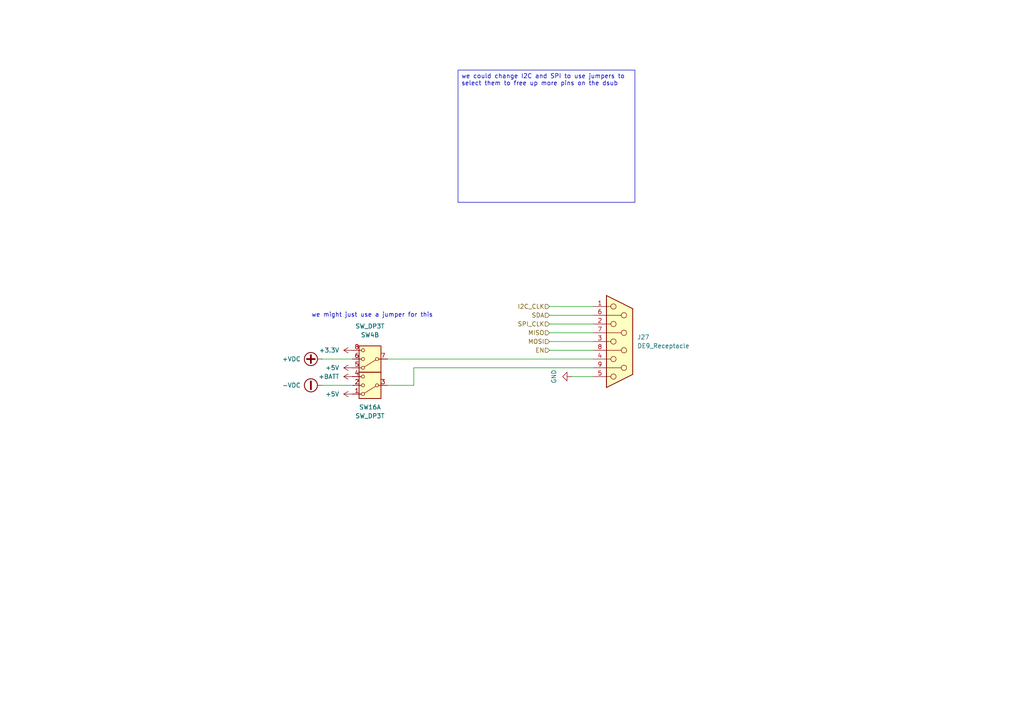
<source format=kicad_sch>
(kicad_sch (version 20231120) (generator "eeschema") (generator_version "8.0")
  (paper "A4")
  (lib_symbols
    (symbol "Connector:DE9_Receptacle" (pin_names (offset 1.016) hide)
      (property "Reference" "J" (at 0 13.97 0))
      (property "Value" "DE9_Receptacle" (at 0 -14.605 0))
      (symbol "DE9_Receptacle_0_1"
        (circle (center -1.778 -10.16) (radius 0.762))
        (circle (center -1.778 -5.08) (radius 0.762))
        (circle (center -1.778 0) (radius 0.762))
        (circle (center -1.778 5.08) (radius 0.762))
        (circle (center -1.778 10.16) (radius 0.762))
        (polyline (pts (xy -3.81 -10.16) (xy -2.54 -10.16)))
        (polyline (pts (xy -3.81 -7.62) (xy 0.508 -7.62)))
        (polyline (pts (xy -3.81 -5.08) (xy -2.54 -5.08)))
        (polyline (pts (xy -3.81 -2.54) (xy 0.508 -2.54)))
        (polyline (pts (xy -3.81 0) (xy -2.54 0)))
        (polyline (pts (xy -3.81 2.54) (xy 0.508 2.54)))
        (polyline (pts (xy -3.81 5.08) (xy -2.54 5.08)))
        (polyline (pts (xy -3.81 7.62) (xy 0.508 7.62)))
        (polyline (pts (xy -3.81 10.16) (xy -2.54 10.16)))
        (polyline (pts (xy -3.81 13.335) (xy -3.81 -13.335) (xy 3.81 -9.525) (xy 3.81 9.525) (xy -3.81 13.335)) (stroke (width 0.254)) (fill (type background)))
        (circle (center 1.27 -7.62) (radius 0.762))
        (circle (center 1.27 -2.54) (radius 0.762))
        (circle (center 1.27 2.54) (radius 0.762))
        (circle (center 1.27 7.62) (radius 0.762))
      )
      (symbol "DE9_Receptacle_1_1"
        (pin passive line (at -7.62 10.16 0) (length 3.81) (name "1") (number "1"))
        (pin passive line (at -7.62 5.08 0) (length 3.81) (name "2") (number "2"))
        (pin passive line (at -7.62 0 0) (length 3.81) (name "3") (number "3"))
        (pin passive line (at -7.62 -5.08 0) (length 3.81) (name "4") (number "4"))
        (pin passive line (at -7.62 -10.16 0) (length 3.81) (name "5") (number "5"))
        (pin passive line (at -7.62 7.62 0) (length 3.81) (name "6") (number "6"))
        (pin passive line (at -7.62 2.54 0) (length 3.81) (name "7") (number "7"))
        (pin passive line (at -7.62 -2.54 0) (length 3.81) (name "8") (number "8"))
        (pin passive line (at -7.62 -7.62 0) (length 3.81) (name "9") (number "9"))
      )
    )
    (symbol "Switch:SW_DP3T" (pin_names (offset 0) hide)
      (property "Reference" "SW" (at 0 5.08 0))
      (property "Value" "SW_DP3T" (at 0 -5.08 0))
      (symbol "SW_DP3T_0_1"
        (rectangle (start -3.175 3.81) (end 3.175 -3.81) (stroke (width 0.254)) (fill (type background)))
        (circle (center -2.032 0) (radius 0.4572))
        (polyline (pts (xy -1.651 0.254) (xy 1.651 2.286)))
        (circle (center 2.032 -2.54) (radius 0.4572))
        (circle (center 2.032 0) (radius 0.4572))
        (circle (center 2.032 2.54) (radius 0.4572))
      )
      (symbol "SW_DP3T_1_1"
        (pin passive line (at 5.08 2.54 180) (length 2.54) (name "1") (number "1"))
        (pin passive line (at 5.08 0 180) (length 2.54) (name "2") (number "2"))
        (pin passive line (at -5.08 0 0) (length 2.54) (name "3") (number "3"))
        (pin passive line (at 5.08 -2.54 180) (length 2.54) (name "4") (number "4"))
      )
      (symbol "SW_DP3T_2_1"
        (pin passive line (at 5.08 2.54 180) (length 2.54) (name "5") (number "5"))
        (pin passive line (at 5.08 0 180) (length 2.54) (name "6") (number "6"))
        (pin passive line (at -5.08 0 0) (length 2.54) (name "7") (number "7"))
        (pin passive line (at 5.08 -2.54 180) (length 2.54) (name "8") (number "8"))
      )
    )
    (symbol "power:+3.3V" (power) (pin_numbers hide) (pin_names (offset 0) hide)
      (property "Value" "+3.3V" (at 0 3.556 0))
      (symbol "+3.3V_0_1"
        (polyline (pts (xy -0.762 1.27) (xy 0 2.54)))
        (polyline (pts (xy 0 0) (xy 0 2.54)))
        (polyline (pts (xy 0 2.54) (xy 0.762 1.27)))
      )
      (symbol "+3.3V_1_1"
        (pin power_in line (at 0 0 90) (length 0) (name "~") (number "1"))
      )
    )
    (symbol "power:+5V" (power) (pin_numbers hide) (pin_names (offset 0) hide)
      (property "Value" "+5V" (at 0 3.556 0))
      (symbol "+5V_0_1"
        (polyline (pts (xy -0.762 1.27) (xy 0 2.54)))
        (polyline (pts (xy 0 0) (xy 0 2.54)))
        (polyline (pts (xy 0 2.54) (xy 0.762 1.27)))
      )
      (symbol "+5V_1_1"
        (pin power_in line (at 0 0 90) (length 0) (name "~") (number "1"))
      )
    )
    (symbol "power:+BATT" (power) (pin_numbers hide) (pin_names (offset 0) hide)
      (property "Value" "+BATT" (at 0 3.556 0))
      (symbol "+BATT_0_1"
        (polyline (pts (xy -0.762 1.27) (xy 0 2.54)))
        (polyline (pts (xy 0 0) (xy 0 2.54)))
        (polyline (pts (xy 0 2.54) (xy 0.762 1.27)))
      )
      (symbol "+BATT_1_1"
        (pin power_in line (at 0 0 90) (length 0) (name "~") (number "1"))
      )
    )
    (symbol "power:+VDC" (power) (pin_numbers hide) (pin_names (offset 0) hide)
      (property "Value" "+VDC" (at 0 6.35 0))
      (symbol "+VDC_0_1"
        (polyline (pts (xy -1.143 3.175) (xy 1.143 3.175)) (stroke (width 0.508)))
        (polyline (pts (xy 0 0) (xy 0 1.27)))
        (polyline (pts (xy 0 2.032) (xy 0 4.318)) (stroke (width 0.508)))
        (circle (center 0 3.175) (radius 1.905) (stroke (width 0.254)))
      )
      (symbol "+VDC_1_1"
        (pin power_in line (at 0 0 90) (length 0) (name "~") (number "1"))
      )
    )
    (symbol "power:-VDC" (power) (pin_numbers hide) (pin_names (offset 0) hide)
      (property "Value" "-VDC" (at 0 6.35 0))
      (symbol "-VDC_0_1"
        (polyline (pts (xy -1.143 3.175) (xy 1.143 3.175)) (stroke (width 0.508)))
        (polyline (pts (xy 0 0) (xy 0 1.27)))
        (circle (center 0 3.175) (radius 1.905) (stroke (width 0.254)))
      )
      (symbol "-VDC_1_1"
        (pin power_in line (at 0 0 90) (length 0) (name "~") (number "1"))
      )
    )
    (symbol "power:GND" (power) (pin_numbers hide) (pin_names (offset 0) hide)
      (property "Value" "GND" (at 0 -3.81 0))
      (symbol "GND_0_1"
        (polyline (pts (xy 0 0) (xy 0 -1.27) (xy 1.27 -1.27) (xy 0 -2.54) (xy -1.27 -1.27) (xy 0 -1.27)))
      )
      (symbol "GND_1_1"
        (pin power_in line (at 0 0 270) (length 0) (name "~") (number "1"))
      )
    )
  )
  (wire (pts (xy 172.085 106.68) (xy 120.015 106.68)))
  (wire (pts (xy 112.395 104.14) (xy 172.085 104.14)))
  (wire (pts (xy 159.385 101.6) (xy 172.085 101.6)))
  (wire (pts (xy 159.385 99.06) (xy 172.085 99.06)))
  (wire (pts (xy 159.385 93.98) (xy 172.085 93.98)))
  (wire (pts (xy 120.015 111.76) (xy 112.395 111.76)))
  (wire (pts (xy 93.345 111.76) (xy 102.235 111.76)))
  (wire (pts (xy 165.735 109.22) (xy 172.085 109.22)))
  (wire (pts (xy 159.385 96.52) (xy 172.085 96.52)))
  (wire (pts (xy 93.345 104.14) (xy 102.235 104.14)))
  (wire (pts (xy 159.385 88.9) (xy 172.085 88.9)))
  (wire (pts (xy 120.015 106.68) (xy 120.015 111.76)))
  (wire (pts (xy 159.385 91.44) (xy 172.085 91.44)))
  (text_box "we could change I2C and SPI to use jumpers to select them to free up more pins on the dsub\n" (at 132.842 20.32 0) (size 51.308 38.354) (effects (font (size 1.27 1.27)) (justify left top)))
  (text "we might just use a jumper for this" (at 107.95 91.44 0) (effects (font (size 1.27 1.27))))
  (hierarchical_label "I2C_CLK" (shape input) (at 159.385 88.9 180))
  (hierarchical_label "SDA" (shape input) (at 159.385 91.44 180))
  (hierarchical_label "MISO" (shape input) (at 159.385 96.52 180))
  (hierarchical_label "MOSI" (shape input) (at 159.385 99.06 180))
  (hierarchical_label "SPI_CLK" (shape input) (at 159.385 93.98 180))
  (hierarchical_label "EN" (shape input) (at 159.385 101.6 180))
  (symbol (lib_id "power:+5V") (at 102.235 106.68 90) (unit 1)
    (property "Reference" "#PWR046" (effects (hide yes)))
    (property "Value" "+5V" (at 98.425 106.6799 90) (effects (justify left)))
    (property "Description" "Power symbol creates a global label with name \"+5V\"" (effects (hide yes)))
    (instances (project "data_logger" (path "" (reference "#PWR046") (unit 1)) (path "" (reference "#PWR056") (unit 1)) (path "" (reference "#PWR063") (unit 1)) (path "" (reference "#PWR070") (unit 1)) (path "" (reference "#PWR082") (unit 1)) (path "" (reference "#PWR0285") (unit 1))))
  )
  (symbol (lib_id "power:+VDC") (at 93.345 104.14 90) (unit 1)
    (property "Reference" "#PWR048" (effects (hide yes)))
    (property "Value" "+VDC" (at 87.249 104.1399 90) (effects (justify left)))
    (property "Description" "Power symbol creates a global label with name \"+VDC\"" (effects (hide yes)))
    (instances (project "data_logger" (path "" (reference "#PWR048") (unit 1)) (path "" (reference "#PWR035") (unit 1)) (path "" (reference "#PWR053") (unit 1)) (path "" (reference "#PWR060") (unit 1)) (path "" (reference "#PWR067") (unit 1)) (path "" (reference "#PWR074") (unit 1))))
  )
  (symbol (lib_id "Switch:SW_DP3T") (at 107.315 111.76 180) (unit 1)
    (property "Reference" "SW16" (at 107.315 118.11 0))
    (property "Value" "SW_DP3T" (at 107.315 120.65 0))
    (property "Description" "Switch, three position, dual pole triple throw, 3 position switch, SP3T" (effects (hide yes)))
    (instances (project "data_logger" (path "" (reference "SW16") (unit 1)) (path "" (reference "SW15") (unit 1)) (path "" (reference "SW17") (unit 1)) (path "" (reference "SW18") (unit 1)) (path "" (reference "SW19") (unit 1)) (path "" (reference "SW20") (unit 1))))
  )
  (symbol (lib_id "power:+BATT") (at 102.235 109.22 90) (unit 1)
    (property "Reference" "#PWR049" (effects (hide yes)))
    (property "Value" "+BATT" (at 98.425 109.2199 90) (effects (justify left)))
    (property "Description" "Power symbol creates a global label with name \"+BATT\"" (effects (hide yes)))
    (instances (project "data_logger" (path "" (reference "#PWR049") (unit 1)) (path "" (reference "#PWR057") (unit 1)) (path "" (reference "#PWR064") (unit 1)) (path "" (reference "#PWR071") (unit 1)) (path "" (reference "#PWR083") (unit 1)) (path "" (reference "#PWR0283") (unit 1))))
  )
  (symbol (lib_id "power:-VDC") (at 93.345 111.76 90) (unit 1)
    (property "Reference" "#PWR052" (effects (hide yes)))
    (property "Value" "-VDC" (at 87.249 111.7599 90) (effects (justify left)))
    (property "Description" "Power symbol creates a global label with name \"-VDC\"" (effects (hide yes)))
    (instances (project "data_logger" (path "" (reference "#PWR052") (unit 1)) (path "" (reference "#PWR036") (unit 1)) (path "" (reference "#PWR054") (unit 1)) (path "" (reference "#PWR061") (unit 1)) (path "" (reference "#PWR068") (unit 1)) (path "" (reference "#PWR075") (unit 1))))
  )
  (symbol (lib_id "Connector:DE9_Receptacle") (at 179.705 99.06 0) (unit 1)
    (property "Reference" "J27" (at 184.785 97.7899 0) (effects (justify left)))
    (property "Value" "DE9_Receptacle" (at 184.785 100.3299 0) (effects (justify left)))
    (property "Footprint" "Connector_Dsub:DSUB-9_Female_Vertical_P2.77x2.84mm_MountingHoles" (effects (hide yes)))
    (property "Datasheet" " ~" (effects (hide yes)))
    (property "Description" "9-pin female receptacle socket D-SUB connector" (effects (hide yes)))
    (instances (project "data_logger" (path "" (reference "J27") (unit 1)) (path "" (reference "J3") (unit 1)) (path "" (reference "J4") (unit 1)) (path "" (reference "J5") (unit 1)) (path "" (reference "J6") (unit 1)) (path "" (reference "J7") (unit 1))))
  )
  (symbol (lib_id "power:+5V") (at 102.235 114.3 90) (unit 1)
    (property "Reference" "#PWR047" (effects (hide yes)))
    (property "Value" "+5V" (at 98.425 114.2999 90) (effects (justify left)))
    (property "Description" "Power symbol creates a global label with name \"+5V\"" (effects (hide yes)))
    (instances (project "data_logger" (path "" (reference "#PWR047") (unit 1)) (path "" (reference "#PWR050") (unit 1)) (path "" (reference "#PWR058") (unit 1)) (path "" (reference "#PWR065") (unit 1)) (path "" (reference "#PWR072") (unit 1)) (path "" (reference "#PWR084") (unit 1))))
  )
  (symbol (lib_id "Switch:SW_DP3T") (at 107.315 104.14 180) (unit 2)
    (property "Reference" "SW4" (at 107.315 97.155 0))
    (property "Value" "SW_DP3T" (at 107.315 94.615 0))
    (property "Footprint" "Connector_PinHeader_1.00mm:PinHeader_2x03_P1.00mm_Vertical" (effects (hide yes)))
    (property "Description" "Switch, three position, dual pole triple throw, 3 position switch, SP3T" (effects (hide yes)))
    (instances (project "data_logger" (path "" (reference "SW4") (unit 2)) (path "" (reference "SW3") (unit 2)) (path "" (reference "SW5") (unit 2)) (path "" (reference "SW6") (unit 2)) (path "" (reference "SW7") (unit 2)) (path "" (reference "SW8") (unit 2))))
  )
  (symbol (lib_id "power:+3.3V") (at 102.235 101.6 90) (unit 1)
    (property "Reference" "#PWR037" (effects (hide yes)))
    (property "Value" "+3.3V" (at 98.425 101.5999 90) (effects (justify left)))
    (property "Description" "Power symbol creates a global label with name \"+3.3V\"" (effects (hide yes)))
    (instances (project "data_logger" (path "" (reference "#PWR037") (unit 1)) (path "" (reference "#PWR055") (unit 1)) (path "" (reference "#PWR062") (unit 1)) (path "" (reference "#PWR069") (unit 1)) (path "" (reference "#PWR081") (unit 1)) (path "" (reference "#PWR0284") (unit 1))))
  )
  (symbol (lib_id "power:GND") (at 165.735 109.22 270) (unit 1)
    (property "Reference" "#PWR038" (effects (hide yes)))
    (property "Value" "GND" (at 160.655 109.22 0))
    (property "Description" "Power symbol creates a global label with name \"GND\" , ground" (effects (hide yes)))
    (instances (project "data_logger" (path "" (reference "#PWR038") (unit 1)) (path "" (reference "#PWR051") (unit 1)) (path "" (reference "#PWR059") (unit 1)) (path "" (reference "#PWR066") (unit 1)) (path "" (reference "#PWR073") (unit 1)) (path "" (reference "#PWR085") (unit 1))))
  )
)
</source>
